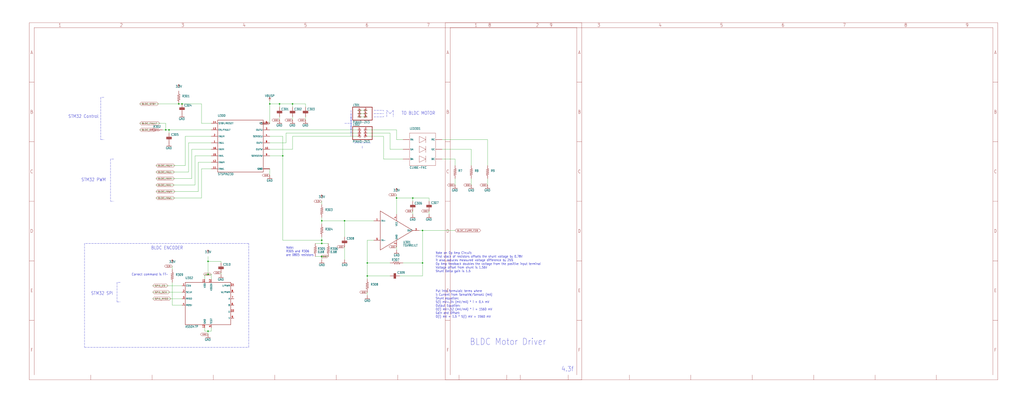
<source format=kicad_sch>
(kicad_sch (version 20210621) (generator eeschema)
  (paper "User" 800.252 319.329)
  (lib_symbols
    (symbol "controller_rev4.3_flat-eagle-import:3.3V" (power)
      (property "Value" "3.3V" (at 0 2.794 0))
      (symbol "3.3V_1_0"
        (polyline (pts (xy 0 2.54) (xy -0.762 1.27)) (stroke (width 0.254)))
        (polyline (pts (xy 0.762 1.27) (xy 0 2.54)) (stroke (width 0.254)))
        (pin power_in line (at 0 0 90) (length 2.54) (name "3.3V") (number "1"))
      )
    )
    (symbol "controller_rev4.3_flat-eagle-import:AS5047P"
      (property "Reference" "U" (at -17.78 20.32 0))
      (property "Value" "AS5047P" (at -17.78 -17.78 0))
      (symbol "AS5047P_1_0"
        (polyline (pts (xy -17.78 -15.24) (xy -17.78 17.78)) (stroke (width 0.254)))
        (polyline (pts (xy -17.78 17.78) (xy 17.78 17.78)) (stroke (width 0.254)))
        (polyline (pts (xy 17.78 -15.24) (xy -17.78 -15.24)) (stroke (width 0.254)))
        (polyline (pts (xy 17.78 17.78) (xy 17.78 -15.24)) (stroke (width 0.254)))
        (pin input line (at -20.32 15.24 0) (length 2.54) (name "CSN") (number "1"))
        (pin output line (at 20.32 -5.08 180) (length 2.54) (name "U") (number "10"))
        (pin power_in line (at -2.54 20.32 270) (length 2.54) (name "VDD") (number "11"))
        (pin power_in line (at 2.54 20.32 270) (length 2.54) (name "VDD3V") (number "12"))
        (pin power_in line (at -2.54 -17.78 90) (length 2.54) (name "GND") (number "13"))
        (pin output line (at 20.32 15.24 180) (length 2.54) (name "I/PWM") (number "14"))
        (pin input line (at -20.32 10.16 0) (length 2.54) (name "SCLK") (number "2"))
        (pin output line (at -20.32 5.08 0) (length 2.54) (name "MISO") (number "3"))
        (pin input line (at -20.32 0 0) (length 2.54) (name "MOSI") (number "4"))
        (pin power_in line (at 2.54 -17.78 90) (length 2.54) (name "TEST") (number "5"))
        (pin output line (at 20.32 0 180) (length 2.54) (name "B") (number "6"))
        (pin output line (at 20.32 5.08 180) (length 2.54) (name "A") (number "7"))
        (pin output line (at 20.32 10.16 180) (length 2.54) (name "W/PWM") (number "8"))
        (pin output line (at 20.32 -10.16 180) (length 2.54) (name "V") (number "9"))
      )
    )
    (symbol "controller_rev4.3_flat-eagle-import:C-EU0402-B-NOSILK"
      (property "Reference" "C" (at 1.524 0.381 0))
      (property "Value" "C-EU0402-B-NOSILK" (at 1.524 -4.699 0))
      (symbol "C-EU0402-B-NOSILK_1_0"
        (rectangle (start -2.032 -2.032) (end 2.032 -1.524) (fill (type outline)))
        (rectangle (start -2.032 -1.016) (end 2.032 -0.508) (fill (type outline)))
        (polyline (pts (xy 0 -2.54) (xy 0 -2.032)) (stroke (width 0.1524)))
        (polyline (pts (xy 0 0) (xy 0 -0.508)) (stroke (width 0.1524)))
        (pin passive line (at 0 2.54 270) (length 2.54) (name "1") (number "1"))
        (pin passive line (at 0 -5.08 90) (length 2.54) (name "2") (number "2"))
      )
    )
    (symbol "controller_rev4.3_flat-eagle-import:C-EU0603-B-NOSILK"
      (property "Reference" "C" (at 1.524 0.381 0))
      (property "Value" "C-EU0603-B-NOSILK" (at 1.524 -4.699 0))
      (symbol "C-EU0603-B-NOSILK_1_0"
        (rectangle (start -2.032 -2.032) (end 2.032 -1.524) (fill (type outline)))
        (rectangle (start -2.032 -1.016) (end 2.032 -0.508) (fill (type outline)))
        (polyline (pts (xy 0 -2.54) (xy 0 -2.032)) (stroke (width 0.1524)))
        (polyline (pts (xy 0 0) (xy 0 -0.508)) (stroke (width 0.1524)))
        (pin passive line (at 0 2.54 270) (length 2.54) (name "1") (number "1"))
        (pin passive line (at 0 -5.08 90) (length 2.54) (name "2") (number "2"))
      )
    )
    (symbol "controller_rev4.3_flat-eagle-import:CLX6E-FKC"
      (property "Value" "CLX6E-FKC" (at -10.16 -15.24 0))
      (symbol "CLX6E-FKC_1_0"
        (polyline (pts (xy -10.16 -12.7) (xy 10.16 -12.7)) (stroke (width 0.1524)))
        (polyline (pts (xy -10.16 12.7) (xy -10.16 -12.7)) (stroke (width 0.1524)))
        (polyline (pts (xy -2.54 -7.62) (xy 2.54 -5.08)) (stroke (width 0.1524)))
        (polyline (pts (xy -2.54 -5.08) (xy -2.54 -10.16)) (stroke (width 0.1524)))
        (polyline (pts (xy -2.54 0) (xy 2.54 2.54)) (stroke (width 0.1524)))
        (polyline (pts (xy -2.54 2.54) (xy -2.54 -2.54)) (stroke (width 0.1524)))
        (polyline (pts (xy -2.54 7.62) (xy 2.54 10.16)) (stroke (width 0.1524)))
        (polyline (pts (xy -2.54 10.16) (xy -2.54 5.08)) (stroke (width 0.1524)))
        (polyline (pts (xy 2.54 -10.16) (xy -2.54 -7.62)) (stroke (width 0.1524)))
        (polyline (pts (xy 2.54 -5.08) (xy 2.54 -10.16)) (stroke (width 0.1524)))
        (polyline (pts (xy 2.54 -2.54) (xy -2.54 0)) (stroke (width 0.1524)))
        (polyline (pts (xy 2.54 2.54) (xy 2.54 -2.54)) (stroke (width 0.1524)))
        (polyline (pts (xy 2.54 5.08) (xy -2.54 7.62)) (stroke (width 0.1524)))
        (polyline (pts (xy 2.54 10.16) (xy 2.54 5.08)) (stroke (width 0.1524)))
        (polyline (pts (xy 10.16 -12.7) (xy 10.16 12.7)) (stroke (width 0.1524)))
        (polyline (pts (xy 10.16 12.7) (xy -10.16 12.7)) (stroke (width 0.1524)))
        (pin bidirectional line (at -15.24 7.62 0) (length 5.08) (name "BC") (number "P$1"))
        (pin bidirectional line (at -15.24 0 0) (length 5.08) (name "GC") (number "P$2"))
        (pin bidirectional line (at -15.24 -7.62 0) (length 5.08) (name "RC") (number "P$3"))
        (pin bidirectional line (at 15.24 -7.62 180) (length 5.08) (name "RA") (number "P$4"))
        (pin bidirectional line (at 15.24 0 180) (length 5.08) (name "GA") (number "P$5"))
        (pin bidirectional line (at 15.24 7.62 180) (length 5.08) (name "BA") (number "P$6"))
      )
    )
    (symbol "controller_rev4.3_flat-eagle-import:FRAME_B_L"
      (symbol "FRAME_B_L_0_0"
        (text "1" (at 23.9889 277.495 0) (effects (font (size 2.54 2.286))))
        (text "2" (at 71.9667 277.495 0) (effects (font (size 2.54 2.286))))
        (text "3" (at 119.9444 277.495 0) (effects (font (size 2.54 2.286))))
        (text "4" (at 167.9222 277.495 0) (effects (font (size 2.54 2.286))))
        (text "5" (at 215.9 277.495 0) (effects (font (size 2.54 2.286))))
        (text "6" (at 263.8778 277.495 0) (effects (font (size 2.54 2.286))))
        (text "7" (at 311.8556 277.495 0) (effects (font (size 2.54 2.286))))
        (text "8" (at 359.8333 277.495 0) (effects (font (size 2.54 2.286))))
        (text "9" (at 407.8111 277.495 0) (effects (font (size 2.54 2.286))))
        (text "A" (at 1.905 256.1167 0) (effects (font (size 2.54 2.286))))
        (text "A" (at 429.895 256.1167 0) (effects (font (size 2.54 2.286))))
        (text "B" (at 1.905 209.55 0) (effects (font (size 2.54 2.286))))
        (text "B" (at 429.895 209.55 0) (effects (font (size 2.54 2.286))))
        (text "C" (at 1.905 162.9833 0) (effects (font (size 2.54 2.286))))
        (text "C" (at 429.895 162.9833 0) (effects (font (size 2.54 2.286))))
        (text "D" (at 1.905 116.4167 0) (effects (font (size 2.54 2.286))))
        (text "D" (at 429.895 116.4167 0) (effects (font (size 2.54 2.286))))
        (text "E" (at 1.905 69.85 0) (effects (font (size 2.54 2.286))))
        (text "E" (at 429.895 69.85 0) (effects (font (size 2.54 2.286))))
        (text "F" (at 1.905 23.2833 0) (effects (font (size 2.54 2.286))))
        (text "F" (at 429.895 23.2833 0) (effects (font (size 2.54 2.286))))
        (polyline (pts (xy 0 46.5667) (xy 3.81 46.5667)))
        (polyline (pts (xy 0 93.1333) (xy 3.81 93.1333)))
        (polyline (pts (xy 0 139.7) (xy 3.81 139.7)))
        (polyline (pts (xy 0 186.2667) (xy 3.81 186.2667)))
        (polyline (pts (xy 0 232.8333) (xy 3.81 232.8333)))
        (polyline (pts (xy 3.81 3.81) (xy 3.81 275.59)))
        (polyline (pts (xy 47.9778 0) (xy 47.9778 3.81)))
        (polyline (pts (xy 95.9556 0) (xy 95.9556 3.81)))
        (polyline (pts (xy 143.9333 0) (xy 143.9333 3.81)))
        (polyline (pts (xy 191.9111 0) (xy 191.9111 3.81)))
        (polyline (pts (xy 239.8889 0) (xy 239.8889 3.81)))
        (polyline (pts (xy 287.8667 0) (xy 287.8667 3.81)))
        (polyline (pts (xy 335.8444 0) (xy 335.8444 3.81)))
        (polyline (pts (xy 383.8222 0) (xy 383.8222 3.81)))
        (polyline (pts (xy 427.99 3.81) (xy 427.99 275.59)))
        (polyline (pts (xy 427.99 46.5667) (xy 431.8 46.5667)))
        (polyline (pts (xy 427.99 93.1333) (xy 431.8 93.1333)))
        (polyline (pts (xy 427.99 139.7) (xy 431.8 139.7)))
        (polyline (pts (xy 427.99 186.2667) (xy 431.8 186.2667)))
        (polyline (pts (xy 427.99 232.8333) (xy 431.8 232.8333)))
        (polyline (pts (xy 427.99 275.59) (xy 3.81 275.59)))
        (polyline (pts (xy 0 0) (xy 431.8 0) (xy 431.8 279.4) (xy 0 279.4) (xy 0 0)))
      )
      (symbol "FRAME_B_L_2_0"
        (text ">DRAWING_NAME" (at 17.78 19.05 0) (effects (font (size 2.54 2.159)) (justify left bottom)))
        (text ">LAST_DATE_TIME" (at 12.7 1.27 0) (effects (font (size 2.54 2.159)) (justify left bottom)))
        (text ">SHEET" (at 86.36 1.27 0) (effects (font (size 2.54 2.159)) (justify left bottom)))
        (text "Date:" (at 1.27 1.27 0) (effects (font (size 2.54 2.159)) (justify left bottom)))
        (text "Document Number:" (at 1.27 11.43 0) (effects (font (size 2.54 2.159)) (justify left bottom)))
        (text "REV:" (at 88.9 11.43 0) (effects (font (size 2.54 2.159)) (justify left bottom)))
        (text "Sheet:" (at 72.39 1.27 0) (effects (font (size 2.54 2.159)) (justify left bottom)))
        (text "TITLE:" (at 1.27 19.05 0) (effects (font (size 2.54 2.159)) (justify left bottom)))
        (polyline (pts (xy 0 0) (xy 0 5.08)) (stroke (width 0.1016)))
        (polyline (pts (xy 0 0) (xy 71.12 0)) (stroke (width 0.1016)))
        (polyline (pts (xy 0 5.08) (xy 0 15.24)) (stroke (width 0.1016)))
        (polyline (pts (xy 0 5.08) (xy 71.12 5.08)) (stroke (width 0.1016)))
        (polyline (pts (xy 0 15.24) (xy 0 22.86)) (stroke (width 0.1016)))
        (polyline (pts (xy 0 22.86) (xy 0 35.56)) (stroke (width 0.1016)))
        (polyline (pts (xy 0 22.86) (xy 101.6 22.86)) (stroke (width 0.1016)))
        (polyline (pts (xy 71.12 0) (xy 101.6 0)) (stroke (width 0.1016)))
        (polyline (pts (xy 71.12 5.08) (xy 71.12 0)) (stroke (width 0.1016)))
        (polyline (pts (xy 71.12 5.08) (xy 87.63 5.08)) (stroke (width 0.1016)))
        (polyline (pts (xy 87.63 5.08) (xy 101.6 5.08)) (stroke (width 0.1016)))
        (polyline (pts (xy 87.63 15.24) (xy 0 15.24)) (stroke (width 0.1016)))
        (polyline (pts (xy 87.63 15.24) (xy 87.63 5.08)) (stroke (width 0.1016)))
        (polyline (pts (xy 101.6 5.08) (xy 101.6 0)) (stroke (width 0.1016)))
        (polyline (pts (xy 101.6 15.24) (xy 87.63 15.24)) (stroke (width 0.1016)))
        (polyline (pts (xy 101.6 15.24) (xy 101.6 5.08)) (stroke (width 0.1016)))
        (polyline (pts (xy 101.6 22.86) (xy 101.6 15.24)) (stroke (width 0.1016)))
        (polyline (pts (xy 101.6 35.56) (xy 0 35.56)) (stroke (width 0.1016)))
        (polyline (pts (xy 101.6 35.56) (xy 101.6 22.86)) (stroke (width 0.1016)))
      )
    )
    (symbol "controller_rev4.3_flat-eagle-import:GND" (power)
      (property "Value" "GND" (at -2.54 -2.54 0))
      (symbol "GND_1_0"
        (polyline (pts (xy -1.905 0) (xy 1.905 0)) (stroke (width 0.254)))
        (pin power_in line (at 0 2.54 270) (length 2.54) (name "GND") (number "1"))
      )
    )
    (symbol "controller_rev4.3_flat-eagle-import:PINHD-2X3"
      (property "Reference" "JP" (at -6.35 5.715 0))
      (property "Value" "PINHD-2X3" (at -6.35 -7.62 0))
      (symbol "PINHD-2X3_1_0"
        (polyline (pts (xy -6.35 -5.08) (xy 8.89 -5.08)) (stroke (width 0.4064)))
        (polyline (pts (xy -6.35 5.08) (xy -6.35 -5.08)) (stroke (width 0.4064)))
        (polyline (pts (xy 8.89 -5.08) (xy 8.89 5.08)) (stroke (width 0.4064)))
        (polyline (pts (xy 8.89 5.08) (xy -6.35 5.08)) (stroke (width 0.4064)))
        (pin passive inverted (at -2.54 2.54 0) (length 2.54) (name "1") (number "1"))
        (pin passive inverted (at 5.08 2.54 180) (length 2.54) (name "2") (number "2"))
        (pin passive inverted (at -2.54 0 0) (length 2.54) (name "3") (number "3"))
        (pin passive inverted (at 5.08 0 180) (length 2.54) (name "4") (number "4"))
        (pin passive inverted (at -2.54 -2.54 0) (length 2.54) (name "5") (number "5"))
        (pin passive inverted (at 5.08 -2.54 180) (length 2.54) (name "6") (number "6"))
      )
    )
    (symbol "controller_rev4.3_flat-eagle-import:R-US_0402-B-NOSILK"
      (property "Reference" "R" (at -3.81 1.4986 0))
      (property "Value" "R-US_0402-B-NOSILK" (at -3.81 -3.302 0))
      (symbol "R-US_0402-B-NOSILK_1_0"
        (polyline (pts (xy -2.54 0) (xy -2.159 1.016)) (stroke (width 0.2032)))
        (polyline (pts (xy -2.159 1.016) (xy -1.524 -1.016)) (stroke (width 0.2032)))
        (polyline (pts (xy -1.524 -1.016) (xy -0.889 1.016)) (stroke (width 0.2032)))
        (polyline (pts (xy -0.889 1.016) (xy -0.254 -1.016)) (stroke (width 0.2032)))
        (polyline (pts (xy -0.254 -1.016) (xy 0.381 1.016)) (stroke (width 0.2032)))
        (polyline (pts (xy 0.381 1.016) (xy 1.016 -1.016)) (stroke (width 0.2032)))
        (polyline (pts (xy 1.016 -1.016) (xy 1.651 1.016)) (stroke (width 0.2032)))
        (polyline (pts (xy 1.651 1.016) (xy 2.286 -1.016)) (stroke (width 0.2032)))
        (polyline (pts (xy 2.286 -1.016) (xy 2.54 0)) (stroke (width 0.2032)))
        (pin passive line (at -5.08 0 0) (length 2.54) (name "1") (number "1"))
        (pin passive line (at 5.08 0 180) (length 2.54) (name "2") (number "2"))
      )
    )
    (symbol "controller_rev4.3_flat-eagle-import:R-US_0805-B-NOSILK"
      (property "Reference" "R" (at -3.81 1.4986 0))
      (property "Value" "R-US_0805-B-NOSILK" (at -3.81 -3.302 0))
      (symbol "R-US_0805-B-NOSILK_1_0"
        (polyline (pts (xy -2.54 0) (xy -2.159 1.016)) (stroke (width 0.2032)))
        (polyline (pts (xy -2.159 1.016) (xy -1.524 -1.016)) (stroke (width 0.2032)))
        (polyline (pts (xy -1.524 -1.016) (xy -0.889 1.016)) (stroke (width 0.2032)))
        (polyline (pts (xy -0.889 1.016) (xy -0.254 -1.016)) (stroke (width 0.2032)))
        (polyline (pts (xy -0.254 -1.016) (xy 0.381 1.016)) (stroke (width 0.2032)))
        (polyline (pts (xy 0.381 1.016) (xy 1.016 -1.016)) (stroke (width 0.2032)))
        (polyline (pts (xy 1.016 -1.016) (xy 1.651 1.016)) (stroke (width 0.2032)))
        (polyline (pts (xy 1.651 1.016) (xy 2.286 -1.016)) (stroke (width 0.2032)))
        (polyline (pts (xy 2.286 -1.016) (xy 2.54 0)) (stroke (width 0.2032)))
        (pin passive line (at -5.08 0 0) (length 2.54) (name "1") (number "1"))
        (pin passive line (at 5.08 0 180) (length 2.54) (name "2") (number "2"))
      )
    )
    (symbol "controller_rev4.3_flat-eagle-import:STSPIN230"
      (property "Reference" "U" (at -17.78 22.86 0))
      (property "Value" "STSPIN230" (at -17.78 -22.86 0))
      (symbol "STSPIN230_1_0"
        (polyline (pts (xy -17.78 -20.32) (xy 17.78 -20.32)) (stroke (width 0.254)))
        (polyline (pts (xy -17.78 20.32) (xy -17.78 -20.32)) (stroke (width 0.254)))
        (polyline (pts (xy 17.78 -20.32) (xy 17.78 20.32)) (stroke (width 0.254)))
        (polyline (pts (xy 17.78 20.32) (xy -17.78 20.32)) (stroke (width 0.254)))
        (pin input line (at -22.86 2.54 0) (length 5.08) (name "INUL") (number "1"))
        (pin output line (at 22.86 -2.54 180) (length 5.08) (name "OUTW") (number "10"))
        (pin input line (at -22.86 -17.78 0) (length 5.08) (name "INWL") (number "11"))
        (pin input line (at -22.86 -12.7 0) (length 5.08) (name "INWH") (number "12"))
        (pin bidirectional line (at -22.86 12.7 0) (length 5.08) (name "EN/FAULT") (number "13"))
        (pin input line (at -22.86 17.78 0) (length 5.08) (name "STBY/RESET") (number "14"))
        (pin input line (at -22.86 -7.62 0) (length 5.08) (name "INVL") (number "15"))
        (pin input line (at -22.86 -2.54 0) (length 5.08) (name "INVH") (number "16"))
        (pin input line (at -22.86 7.62 0) (length 5.08) (name "INUH") (number "2"))
        (pin output line (at 22.86 12.7 180) (length 5.08) (name "OUTU") (number "3"))
        (pin output line (at 22.86 7.62 180) (length 5.08) (name "SENSEU") (number "4"))
        (pin power_in line (at 22.86 17.78 180) (length 5.08) (name "VS") (number "6"))
        (pin power_in line (at 22.86 -17.78 180) (length 5.08) (name "GND") (number "7"))
        (pin output line (at 22.86 2.54 180) (length 5.08) (name "OUTV") (number "8"))
        (pin output line (at 22.86 -7.62 180) (length 5.08) (name "SENSEVW") (number "9"))
        (pin power_in line (at 22.86 -17.78 180) (length 5.08) (name "GND") (number "EPAD"))
      )
    )
    (symbol "controller_rev4.3_flat-eagle-import:TSV991ILT"
      (property "Reference" "J" (at 7.62 -10.16 0))
      (property "Value" "TSV991ILT" (at 7.62 -12.7 0))
      (symbol "TSV991ILT_1_0"
        (polyline (pts (xy -10.16 -15.24) (xy 15.24 0)) (stroke (width 0.254)))
        (polyline (pts (xy -10.16 15.24) (xy -10.16 -15.24)) (stroke (width 0.254)))
        (polyline (pts (xy 15.24 0) (xy -10.16 15.24)) (stroke (width 0.254)))
        (pin bidirectional line (at -15.24 7.62 0) (length 5.08) (name "IN+") (number "1"))
        (pin bidirectional line (at 2.54 -12.7 90) (length 5.08) (name "GND") (number "2"))
        (pin bidirectional line (at 20.32 0 180) (length 5.08) (name "OUT") (number "3"))
        (pin bidirectional line (at 2.54 12.7 270) (length 5.08) (name "VCC") (number "4"))
        (pin bidirectional line (at -15.24 -7.62 0) (length 5.08) (name "IN-") (number "5"))
      )
    )
    (symbol "controller_rev4.3_flat-eagle-import:VBUSP" (power)
      (property "Value" "VBUSP" (at 0 2.794 0))
      (symbol "VBUSP_1_0"
        (polyline (pts (xy 0 2.54) (xy -0.762 1.27)) (stroke (width 0.254)))
        (polyline (pts (xy 0.762 1.27) (xy 0 2.54)) (stroke (width 0.254)))
        (pin power_in line (at 0 0 90) (length 2.54) (name "VBUSP") (number "1"))
      )
    )
  )
  (junction (at 129.54 101.6) (diameter 0.9144))
  (junction (at 132.08 101.6) (diameter 0.9144))
  (junction (at 139.7 81.28) (diameter 0.9144))
  (junction (at 142.24 81.28) (diameter 0.9144))
  (junction (at 162.56 204.47) (diameter 0.9144))
  (junction (at 162.56 214.63) (diameter 0.9144))
  (junction (at 162.56 259.08) (diameter 0.9144))
  (junction (at 210.82 81.28) (diameter 0.9144))
  (junction (at 218.44 81.28) (diameter 0.9144))
  (junction (at 220.98 121.92) (diameter 0.9144))
  (junction (at 228.6 81.28) (diameter 0.9144))
  (junction (at 251.46 172.72) (diameter 0.9144))
  (junction (at 251.46 187.96) (diameter 0.9144))
  (junction (at 251.46 190.5) (diameter 0.9144))
  (junction (at 251.46 200.66) (diameter 0.9144))
  (junction (at 269.24 172.72) (diameter 0.9144))
  (junction (at 287.02 205.74) (diameter 0.9144))
  (junction (at 287.02 215.9) (diameter 0.9144))
  (junction (at 309.88 154.94) (diameter 0.9144))
  (junction (at 322.58 154.94) (diameter 0.9144))
  (junction (at 330.2 180.34) (diameter 0.9144))
  (junction (at 330.2 205.74) (diameter 0.9144))
  (wire (pts (xy 109.22 81.28) (xy 139.7 81.28)))
  (wire (pts (xy 116.84 101.6) (xy 109.22 101.6)))
  (wire (pts (xy 129.54 96.52) (xy 109.22 96.52)))
  (wire (pts (xy 129.54 96.52) (xy 129.54 101.6)))
  (wire (pts (xy 129.54 101.6) (xy 127 101.6)))
  (wire (pts (xy 132.08 101.6) (xy 129.54 101.6)))
  (wire (pts (xy 132.08 101.6) (xy 165.1 101.6)))
  (wire (pts (xy 132.08 104.14) (xy 132.08 101.6)))
  (wire (pts (xy 134.62 208.28) (xy 134.62 210.82)))
  (wire (pts (xy 134.62 238.76) (xy 134.62 220.98)))
  (wire (pts (xy 139.7 81.28) (xy 142.24 81.28)))
  (wire (pts (xy 142.24 81.28) (xy 157.48 81.28)))
  (wire (pts (xy 142.24 223.52) (xy 119.38 223.52)))
  (wire (pts (xy 142.24 228.6) (xy 119.38 228.6)))
  (wire (pts (xy 142.24 233.68) (xy 119.38 233.68)))
  (wire (pts (xy 142.24 238.76) (xy 134.62 238.76)))
  (wire (pts (xy 144.78 106.68) (xy 144.78 129.54)))
  (wire (pts (xy 144.78 129.54) (xy 121.92 129.54)))
  (wire (pts (xy 147.32 111.76) (xy 147.32 134.62)))
  (wire (pts (xy 147.32 134.62) (xy 121.92 134.62)))
  (wire (pts (xy 149.86 116.84) (xy 149.86 139.7)))
  (wire (pts (xy 149.86 139.7) (xy 121.92 139.7)))
  (wire (pts (xy 152.4 121.92) (xy 152.4 144.78)))
  (wire (pts (xy 152.4 144.78) (xy 121.92 144.78)))
  (wire (pts (xy 154.94 127) (xy 154.94 149.86)))
  (wire (pts (xy 154.94 149.86) (xy 121.92 149.86)))
  (wire (pts (xy 157.48 81.28) (xy 157.48 96.52)))
  (wire (pts (xy 157.48 96.52) (xy 165.1 96.52)))
  (wire (pts (xy 157.48 132.08) (xy 157.48 154.94)))
  (wire (pts (xy 157.48 154.94) (xy 121.92 154.94)))
  (wire (pts (xy 160.02 218.44) (xy 160.02 214.63)))
  (wire (pts (xy 160.02 256.54) (xy 160.02 259.08)))
  (wire (pts (xy 162.56 204.47) (xy 162.56 200.66)))
  (wire (pts (xy 162.56 204.47) (xy 172.72 204.47)))
  (wire (pts (xy 162.56 214.63) (xy 160.02 214.63)))
  (wire (pts (xy 162.56 214.63) (xy 162.56 204.47)))
  (wire (pts (xy 162.56 259.08) (xy 160.02 259.08)))
  (wire (pts (xy 162.56 259.08) (xy 165.1 259.08)))
  (wire (pts (xy 162.56 261.62) (xy 162.56 259.08)))
  (wire (pts (xy 165.1 106.68) (xy 144.78 106.68)))
  (wire (pts (xy 165.1 111.76) (xy 147.32 111.76)))
  (wire (pts (xy 165.1 116.84) (xy 149.86 116.84)))
  (wire (pts (xy 165.1 121.92) (xy 152.4 121.92)))
  (wire (pts (xy 165.1 127) (xy 154.94 127)))
  (wire (pts (xy 165.1 132.08) (xy 157.48 132.08)))
  (wire (pts (xy 165.1 214.63) (xy 162.56 214.63)))
  (wire (pts (xy 165.1 218.44) (xy 165.1 214.63)))
  (wire (pts (xy 165.1 256.54) (xy 165.1 259.08)))
  (wire (pts (xy 172.72 205.74) (xy 172.72 204.47)))
  (wire (pts (xy 172.72 213.36) (xy 172.72 214.63)))
  (wire (pts (xy 210.82 81.28) (xy 210.82 78.74)))
  (wire (pts (xy 210.82 96.52) (xy 210.82 81.28)))
  (wire (pts (xy 210.82 101.6) (xy 279.4 101.6)))
  (wire (pts (xy 210.82 106.68) (xy 220.98 106.68)))
  (wire (pts (xy 210.82 111.76) (xy 223.52 111.76)))
  (wire (pts (xy 210.82 116.84) (xy 228.6 116.84)))
  (wire (pts (xy 210.82 121.92) (xy 220.98 121.92)))
  (wire (pts (xy 210.82 137.16) (xy 210.82 132.08)))
  (wire (pts (xy 218.44 81.28) (xy 210.82 81.28)))
  (wire (pts (xy 218.44 83.82) (xy 218.44 81.28)))
  (wire (pts (xy 218.44 93.98) (xy 218.44 91.44)))
  (wire (pts (xy 220.98 106.68) (xy 220.98 121.92)))
  (wire (pts (xy 220.98 121.92) (xy 220.98 187.96)))
  (wire (pts (xy 220.98 187.96) (xy 251.46 187.96)))
  (wire (pts (xy 223.52 104.14) (xy 279.4 104.14)))
  (wire (pts (xy 223.52 111.76) (xy 223.52 104.14)))
  (wire (pts (xy 228.6 81.28) (xy 218.44 81.28)))
  (wire (pts (xy 228.6 83.82) (xy 228.6 81.28)))
  (wire (pts (xy 228.6 93.98) (xy 228.6 91.44)))
  (wire (pts (xy 228.6 106.68) (xy 279.4 106.68)))
  (wire (pts (xy 228.6 116.84) (xy 228.6 106.68)))
  (wire (pts (xy 238.76 81.28) (xy 228.6 81.28)))
  (wire (pts (xy 238.76 83.82) (xy 238.76 81.28)))
  (wire (pts (xy 238.76 93.98) (xy 238.76 91.44)))
  (wire (pts (xy 251.46 157.48) (xy 251.46 160.02)))
  (wire (pts (xy 251.46 170.18) (xy 251.46 172.72)))
  (wire (pts (xy 251.46 172.72) (xy 251.46 175.26)))
  (wire (pts (xy 251.46 185.42) (xy 251.46 187.96)))
  (wire (pts (xy 251.46 187.96) (xy 251.46 190.5)))
  (wire (pts (xy 251.46 190.5) (xy 246.38 190.5)))
  (wire (pts (xy 251.46 190.5) (xy 256.54 190.5)))
  (wire (pts (xy 251.46 200.66) (xy 246.38 200.66)))
  (wire (pts (xy 251.46 200.66) (xy 251.46 203.2)))
  (wire (pts (xy 256.54 200.66) (xy 251.46 200.66)))
  (wire (pts (xy 269.24 172.72) (xy 251.46 172.72)))
  (wire (pts (xy 269.24 172.72) (xy 269.24 185.42)))
  (wire (pts (xy 269.24 193.04) (xy 269.24 203.2)))
  (wire (pts (xy 279.4 86.36) (xy 287.02 86.36)))
  (wire (pts (xy 279.4 88.9) (xy 287.02 88.9)))
  (wire (pts (xy 279.4 91.44) (xy 287.02 91.44)))
  (wire (pts (xy 287.02 101.6) (xy 309.88 101.6)))
  (wire (pts (xy 287.02 104.14) (xy 304.8 104.14)))
  (wire (pts (xy 287.02 106.68) (xy 299.72 106.68)))
  (wire (pts (xy 287.02 187.96) (xy 287.02 205.74)))
  (wire (pts (xy 287.02 205.74) (xy 287.02 215.9)))
  (wire (pts (xy 287.02 215.9) (xy 287.02 218.44)))
  (wire (pts (xy 287.02 215.9) (xy 304.8 215.9)))
  (wire (pts (xy 287.02 228.6) (xy 287.02 231.14)))
  (wire (pts (xy 292.1 172.72) (xy 269.24 172.72)))
  (wire (pts (xy 292.1 187.96) (xy 287.02 187.96)))
  (wire (pts (xy 299.72 106.68) (xy 299.72 124.46)))
  (wire (pts (xy 299.72 124.46) (xy 314.96 124.46)))
  (wire (pts (xy 304.8 104.14) (xy 304.8 116.84)))
  (wire (pts (xy 304.8 116.84) (xy 314.96 116.84)))
  (wire (pts (xy 304.8 205.74) (xy 287.02 205.74)))
  (wire (pts (xy 309.88 101.6) (xy 309.88 109.22)))
  (wire (pts (xy 309.88 109.22) (xy 314.96 109.22)))
  (wire (pts (xy 309.88 152.4) (xy 309.88 154.94)))
  (wire (pts (xy 309.88 154.94) (xy 309.88 167.64)))
  (wire (pts (xy 309.88 154.94) (xy 322.58 154.94)))
  (wire (pts (xy 309.88 193.04) (xy 309.88 195.58)))
  (wire (pts (xy 312.42 215.9) (xy 330.2 215.9)))
  (wire (pts (xy 314.96 205.74) (xy 330.2 205.74)))
  (wire (pts (xy 322.58 154.94) (xy 322.58 157.48)))
  (wire (pts (xy 322.58 154.94) (xy 335.28 154.94)))
  (wire (pts (xy 322.58 165.1) (xy 322.58 167.64)))
  (wire (pts (xy 327.66 180.34) (xy 330.2 180.34)))
  (wire (pts (xy 330.2 180.34) (xy 355.6 180.34)))
  (wire (pts (xy 330.2 205.74) (xy 330.2 180.34)))
  (wire (pts (xy 330.2 215.9) (xy 330.2 205.74)))
  (wire (pts (xy 335.28 154.94) (xy 335.28 157.48)))
  (wire (pts (xy 335.28 165.1) (xy 335.28 167.64)))
  (wire (pts (xy 345.44 109.22) (xy 381 109.22)))
  (wire (pts (xy 345.44 116.84) (xy 368.3 116.84)))
  (wire (pts (xy 345.44 124.46) (xy 355.6 124.46)))
  (wire (pts (xy 355.6 124.46) (xy 355.6 129.54)))
  (wire (pts (xy 355.6 144.78) (xy 355.6 139.7)))
  (wire (pts (xy 368.3 116.84) (xy 368.3 129.54)))
  (wire (pts (xy 368.3 144.78) (xy 368.3 139.7)))
  (wire (pts (xy 381 109.22) (xy 381 129.54)))
  (wire (pts (xy 381 144.78) (xy 381 139.7)))
  (polyline (pts (xy 66.04 190.5) (xy 66.04 271.78)) (stroke (width 0) (type dash)))
  (polyline (pts (xy 66.04 271.78) (xy 194.31 271.78)) (stroke (width 0) (type dash)))
  (polyline (pts (xy 78.74 76.2) (xy 78.74 109.22)) (stroke (width 0) (type dash)))
  (polyline (pts (xy 78.74 109.22) (xy 81.28 109.22)) (stroke (width 0) (type dash)))
  (polyline (pts (xy 81.28 76.2) (xy 78.74 76.2)) (stroke (width 0) (type dash)))
  (polyline (pts (xy 86.36 124.46) (xy 86.36 157.48)) (stroke (width 0) (type dash)))
  (polyline (pts (xy 86.36 157.48) (xy 88.9 157.48)) (stroke (width 0) (type dash)))
  (polyline (pts (xy 88.9 124.46) (xy 86.36 124.46)) (stroke (width 0) (type dash)))
  (polyline (pts (xy 91.44 220.98) (xy 91.44 236.22)) (stroke (width 0) (type dash)))
  (polyline (pts (xy 91.44 236.22) (xy 93.98 236.22)) (stroke (width 0) (type dash)))
  (polyline (pts (xy 93.98 220.98) (xy 91.44 220.98)) (stroke (width 0) (type dash)))
  (polyline (pts (xy 194.31 190.5) (xy 66.04 190.5)) (stroke (width 0) (type dash)))
  (polyline (pts (xy 194.31 271.78) (xy 194.31 190.5)) (stroke (width 0) (type dash)))
  (polyline (pts (xy 273.304 96.52) (xy 269.24 96.52)) (stroke (width 0) (type dash)))
  (polyline (pts (xy 274.32 86.36) (xy 274.32 106.68)) (stroke (width 0) (type dash)))
  (polyline (pts (xy 274.32 88.9) (xy 274.32 104.14)) (stroke (width 0) (type dash)))
  (polyline (pts (xy 274.32 91.44) (xy 274.32 101.6)) (stroke (width 0) (type dash)))
  (polyline (pts (xy 276.86 111.76) (xy 289.56 111.76)) (stroke (width 0) (type dash)))
  (polyline (pts (xy 283.21 114.3) (xy 283.21 116.586)) (stroke (width 0) (type dash)))
  (polyline (pts (xy 292.1 86.36) (xy 299.466 86.36)) (stroke (width 0) (type dash)))
  (polyline (pts (xy 292.1 88.9) (xy 299.72 88.9)) (stroke (width 0) (type dash)))
  (polyline (pts (xy 292.1 91.44) (xy 299.466 91.44)) (stroke (width 0) (type dash)))
  (polyline (pts (xy 299.466 86.36) (xy 299.974 86.868)) (stroke (width 0) (type dash)))
  (polyline (pts (xy 299.466 91.44) (xy 299.974 90.932)) (stroke (width 0) (type dash)))
  (polyline (pts (xy 302.26 86.36) (xy 304.8 88.9)) (stroke (width 0) (type dash)))
  (polyline (pts (xy 302.26 91.44) (xy 302.26 86.36)) (stroke (width 0) (type dash)))
  (polyline (pts (xy 304.8 88.9) (xy 307.34 86.36)) (stroke (width 0) (type dash)))
  (polyline (pts (xy 307.34 86.36) (xy 307.34 91.44)) (stroke (width 0) (type dash)))
  (text "STM32 Control" (at 53.34 92.71 180) (effects (font (size 2.54 2.159)) (justify left bottom)))
  (text "STM32 PWM" (at 63.5 142.24 180) (effects (font (size 2.54 2.159)) (justify left bottom)))
  (text "STM32 SPI" (at 71.12 231.14 180) (effects (font (size 2.54 2.159)) (justify left bottom)))
  (text "Correct command is FF~" (at 102.87 215.9 180) (effects (font (size 1.778 1.5113)) (justify left bottom)))
  (text "BLDC ENCODER" (at 118.11 195.58 180) (effects (font (size 2.54 2.159)) (justify left bottom)))
  (text "Note:\nR305 and R306\nare 0805 resistors" (at 223.52 200.66 180) (effects (font (size 1.778 1.5113)) (justify left bottom)))
  (text "TO BLDC MOTOR" (at 313.69 90.17 180) (effects (font (size 2.54 2.159)) (justify left bottom)))
  (text "Note on Op Amp Circuit:\nFirst stack of resistors offsets the shunt voltage by 0.78V\nit also reduces measured voltage difference by 25%\nOp Amp feedback doubles the voltage from the positive input terminal\nVoltage offset from shunt is 1.56V\nShunt Delta gain is 1.5" (at 340.36 213.36 0) (effects (font (size 1.778 1.5113)) (justify left bottom)))
  (text "Put into formulaic terms where\ni: Current from SenseVW/SenseU (mA)\nShunt equation:\nS(i) mV=.34 (mV/mA) * i + 0.4 mV\nOutput Equation:\nO(i) mV=.52 (mV/mA) * i + 1560 mV\nGain and Offset:\nO(i) mV = 1.5 * S(i) mV + 1560 mV" (at 340.36 248.92 0) (effects (font (size 1.778 1.5113)) (justify left bottom)))
  (text "BLDC Motor Driver" (at 367.03 270.51 180) (effects (font (size 5.08 4.318)) (justify left bottom)))
  (text "4.3f" (at 438.658 291.084 180) (effects (font (size 3.81 3.2385)) (justify left bottom)))
  (global_label "BLDC_STBY" (shape bidirectional) (at 109.22 81.28 0) (effects (font (size 1.3335 1.3335))) (property "Intersheet References" "${INTERSHEET_REFS}" (effects hide)))
  (global_label "BLDC_FAULT" (shape bidirectional) (at 109.22 96.52 0) (effects (font (size 1.3335 1.3335))) (property "Intersheet References" "${INTERSHEET_REFS}" (effects hide)))
  (global_label "BLDC_EN" (shape bidirectional) (at 109.22 101.6 0) (effects (font (size 1.3335 1.3335))) (property "Intersheet References" "${INTERSHEET_REFS}" (effects hide)))
  (global_label "SPI1_CS" (shape bidirectional) (at 119.38 223.52 0) (effects (font (size 1.3335 1.3335))) (property "Intersheet References" "${INTERSHEET_REFS}" (effects hide)))
  (global_label "SPI1_SCK" (shape bidirectional) (at 119.38 228.6 0) (effects (font (size 1.3335 1.3335))) (property "Intersheet References" "${INTERSHEET_REFS}" (effects hide)))
  (global_label "SPI1_MISO" (shape bidirectional) (at 119.38 233.68 0) (effects (font (size 1.3335 1.3335))) (property "Intersheet References" "${INTERSHEET_REFS}" (effects hide)))
  (global_label "BLDC_INUH" (shape bidirectional) (at 121.92 129.54 0) (effects (font (size 1.3335 1.3335))) (property "Intersheet References" "${INTERSHEET_REFS}" (effects hide)))
  (global_label "BLDC_INUL" (shape bidirectional) (at 121.92 134.62 0) (effects (font (size 1.3335 1.3335))) (property "Intersheet References" "${INTERSHEET_REFS}" (effects hide)))
  (global_label "BLDC_INVH" (shape bidirectional) (at 121.92 139.7 0) (effects (font (size 1.3335 1.3335))) (property "Intersheet References" "${INTERSHEET_REFS}" (effects hide)))
  (global_label "BLDC_INVL" (shape bidirectional) (at 121.92 144.78 0) (effects (font (size 1.3335 1.3335))) (property "Intersheet References" "${INTERSHEET_REFS}" (effects hide)))
  (global_label "BLDC_INWH" (shape bidirectional) (at 121.92 149.86 0) (effects (font (size 1.3335 1.3335))) (property "Intersheet References" "${INTERSHEET_REFS}" (effects hide)))
  (global_label "BLDC_INWL" (shape bidirectional) (at 121.92 154.94 0) (effects (font (size 1.3335 1.3335))) (property "Intersheet References" "${INTERSHEET_REFS}" (effects hide)))
  (global_label "3.3V" (shape bidirectional) (at 134.62 208.28 180) (effects (font (size 1.016 1.016))) (property "Intersheet References" "${INTERSHEET_REFS}" (effects hide)))
  (global_label "GND" (shape bidirectional) (at 162.56 261.62 180) (effects (font (size 1.016 1.016))) (property "Intersheet References" "${INTERSHEET_REFS}" (effects hide)))
  (global_label "3.3V" (shape bidirectional) (at 165.1 214.63 180) (effects (font (size 1.016 1.016))) (property "Intersheet References" "${INTERSHEET_REFS}" (effects hide)))
  (global_label "GND" (shape bidirectional) (at 172.72 213.36 180) (effects (font (size 1.016 1.016))) (property "Intersheet References" "${INTERSHEET_REFS}" (effects hide)))
  (global_label "VBUSP" (shape bidirectional) (at 210.82 96.52 180) (effects (font (size 1.016 1.016))) (property "Intersheet References" "${INTERSHEET_REFS}" (effects hide)))
  (global_label "GND" (shape bidirectional) (at 210.82 137.16 180) (effects (font (size 1.016 1.016))) (property "Intersheet References" "${INTERSHEET_REFS}" (effects hide)))
  (global_label "GND" (shape bidirectional) (at 218.44 93.98 180) (effects (font (size 1.016 1.016))) (property "Intersheet References" "${INTERSHEET_REFS}" (effects hide)))
  (global_label "GND" (shape bidirectional) (at 228.6 93.98 180) (effects (font (size 1.016 1.016))) (property "Intersheet References" "${INTERSHEET_REFS}" (effects hide)))
  (global_label "GND" (shape bidirectional) (at 238.76 93.98 180) (effects (font (size 1.016 1.016))) (property "Intersheet References" "${INTERSHEET_REFS}" (effects hide)))
  (global_label "3.3V" (shape bidirectional) (at 251.46 157.48 180) (effects (font (size 1.016 1.016))) (property "Intersheet References" "${INTERSHEET_REFS}" (effects hide)))
  (global_label "GND" (shape bidirectional) (at 256.54 200.66 180) (effects (font (size 1.016 1.016))) (property "Intersheet References" "${INTERSHEET_REFS}" (effects hide)))
  (global_label "GND" (shape bidirectional) (at 269.24 193.04 180) (effects (font (size 1.016 1.016))) (property "Intersheet References" "${INTERSHEET_REFS}" (effects hide)))
  (global_label "GND" (shape bidirectional) (at 287.02 228.6 180) (effects (font (size 1.016 1.016))) (property "Intersheet References" "${INTERSHEET_REFS}" (effects hide)))
  (global_label "3.3V" (shape bidirectional) (at 309.88 152.4 180) (effects (font (size 1.016 1.016))) (property "Intersheet References" "${INTERSHEET_REFS}" (effects hide)))
  (global_label "GND" (shape bidirectional) (at 309.88 193.04 180) (effects (font (size 1.016 1.016))) (property "Intersheet References" "${INTERSHEET_REFS}" (effects hide)))
  (global_label "GND" (shape bidirectional) (at 322.58 165.1 180) (effects (font (size 1.016 1.016))) (property "Intersheet References" "${INTERSHEET_REFS}" (effects hide)))
  (global_label "GND" (shape bidirectional) (at 335.28 165.1 180) (effects (font (size 1.016 1.016))) (property "Intersheet References" "${INTERSHEET_REFS}" (effects hide)))
  (global_label "GND" (shape bidirectional) (at 355.6 144.78 180) (effects (font (size 1.016 1.016))) (property "Intersheet References" "${INTERSHEET_REFS}" (effects hide)))
  (global_label "BLDC_CURR_FDB" (shape bidirectional) (at 355.6 180.34 0) (effects (font (size 1.3335 1.3335))) (property "Intersheet References" "${INTERSHEET_REFS}" (effects hide)))
  (global_label "GND" (shape bidirectional) (at 368.3 144.78 180) (effects (font (size 1.016 1.016))) (property "Intersheet References" "${INTERSHEET_REFS}" (effects hide)))
  (global_label "GND" (shape bidirectional) (at 381 144.78 180) (effects (font (size 1.016 1.016))) (property "Intersheet References" "${INTERSHEET_REFS}" (effects hide)))
  (symbol (lib_id "controller_rev4.3_flat-eagle-import:3.3V") (at 134.62 205.74 0)
    (property "Reference" "#3.3V5" (effects hide))
    (property "Value" "3.3V" (at 132.08 205.74 0) (effects (font (size 1.778 1.5113)) (justify left bottom)))
  )
  (symbol (lib_id "controller_rev4.3_flat-eagle-import:3.3V") (at 139.7 68.58 0)
    (property "Reference" "#3.3V1" (effects hide))
    (property "Value" "3.3V" (at 137.16 68.58 0) (effects (font (size 1.778 1.5113)) (justify left bottom)))
  )
  (symbol (lib_id "controller_rev4.3_flat-eagle-import:3.3V") (at 162.56 198.12 0)
    (property "Reference" "#3.3V6" (effects hide))
    (property "Value" "3.3V" (at 160.02 198.12 0) (effects (font (size 1.778 1.5113)) (justify left bottom)))
  )
  (symbol (lib_id "controller_rev4.3_flat-eagle-import:VBUSP") (at 210.82 78.74 0)
    (property "Reference" "#VBUSP2" (effects hide))
    (property "Value" "VBUSP" (at 210.82 75.946 0) (effects (font (size 1.778 1.5113)) (justify bottom)))
  )
  (symbol (lib_id "controller_rev4.3_flat-eagle-import:3.3V") (at 251.46 154.94 0)
    (property "Reference" "#3.3V2" (effects hide))
    (property "Value" "3.3V" (at 248.92 154.94 0) (effects (font (size 1.778 1.5113)) (justify left bottom)))
  )
  (symbol (lib_id "controller_rev4.3_flat-eagle-import:3.3V") (at 309.88 149.86 0)
    (property "Reference" "#3.3V4" (effects hide))
    (property "Value" "3.3V" (at 307.34 149.86 0) (effects (font (size 1.778 1.5113)) (justify left bottom)))
  )
  (symbol (lib_id "controller_rev4.3_flat-eagle-import:GND") (at 132.08 114.3 0)
    (property "Reference" "#GND34" (effects hide))
    (property "Value" "GND" (at 129.54 116.84 0) (effects (font (size 1.778 1.5113)) (justify left bottom)))
  )
  (symbol (lib_id "controller_rev4.3_flat-eagle-import:GND") (at 142.24 91.44 0)
    (property "Reference" "#GND7" (effects hide))
    (property "Value" "GND" (at 139.7 93.98 0) (effects (font (size 1.778 1.5113)) (justify left bottom)))
  )
  (symbol (lib_id "controller_rev4.3_flat-eagle-import:GND") (at 162.56 264.16 0)
    (property "Reference" "#GND57" (effects hide))
    (property "Value" "GND" (at 160.02 266.7 0) (effects (font (size 1.778 1.5113)) (justify left bottom)))
  )
  (symbol (lib_id "controller_rev4.3_flat-eagle-import:GND") (at 172.72 217.17 0)
    (property "Reference" "#GND2" (effects hide))
    (property "Value" "GND" (at 170.18 219.71 0) (effects (font (size 1.778 1.5113)) (justify left bottom)))
  )
  (symbol (lib_id "controller_rev4.3_flat-eagle-import:GND") (at 210.82 139.7 0)
    (property "Reference" "#GND32" (effects hide))
    (property "Value" "GND" (at 208.28 142.24 0) (effects (font (size 1.778 1.5113)) (justify left bottom)))
  )
  (symbol (lib_id "controller_rev4.3_flat-eagle-import:GND") (at 218.44 96.52 0)
    (property "Reference" "#GND35" (effects hide))
    (property "Value" "GND" (at 215.9 99.06 0) (effects (font (size 1.778 1.5113)) (justify left bottom)))
  )
  (symbol (lib_id "controller_rev4.3_flat-eagle-import:GND") (at 228.6 96.52 0)
    (property "Reference" "#GND36" (effects hide))
    (property "Value" "GND" (at 226.06 99.06 0) (effects (font (size 1.778 1.5113)) (justify left bottom)))
  )
  (symbol (lib_id "controller_rev4.3_flat-eagle-import:GND") (at 238.76 96.52 0)
    (property "Reference" "#GND13" (effects hide))
    (property "Value" "GND" (at 236.22 99.06 0) (effects (font (size 1.778 1.5113)) (justify left bottom)))
  )
  (symbol (lib_id "controller_rev4.3_flat-eagle-import:GND") (at 251.46 205.74 0) (mirror y)
    (property "Reference" "#GND38" (effects hide))
    (property "Value" "GND" (at 254 208.28 0) (effects (font (size 1.778 1.5113)) (justify left bottom)))
  )
  (symbol (lib_id "controller_rev4.3_flat-eagle-import:GND") (at 269.24 205.74 0) (mirror y)
    (property "Reference" "#GND39" (effects hide))
    (property "Value" "GND" (at 271.78 208.28 0) (effects (font (size 1.778 1.5113)) (justify left bottom)))
  )
  (symbol (lib_id "controller_rev4.3_flat-eagle-import:GND") (at 287.02 233.68 0) (mirror y)
    (property "Reference" "#GND54" (effects hide))
    (property "Value" "GND" (at 289.56 236.22 0) (effects (font (size 1.778 1.5113)) (justify left bottom)))
  )
  (symbol (lib_id "controller_rev4.3_flat-eagle-import:GND") (at 309.88 198.12 0) (mirror y)
    (property "Reference" "#GND40" (effects hide))
    (property "Value" "GND" (at 312.42 200.66 0) (effects (font (size 1.778 1.5113)) (justify left bottom)))
  )
  (symbol (lib_id "controller_rev4.3_flat-eagle-import:GND") (at 322.58 170.18 0)
    (property "Reference" "#GND41" (effects hide))
    (property "Value" "GND" (at 320.04 172.72 0) (effects (font (size 1.778 1.5113)) (justify left bottom)))
  )
  (symbol (lib_id "controller_rev4.3_flat-eagle-import:GND") (at 335.28 170.18 0)
    (property "Reference" "#GND10" (effects hide))
    (property "Value" "GND" (at 332.74 172.72 0) (effects (font (size 1.778 1.5113)) (justify left bottom)))
  )
  (symbol (lib_id "controller_rev4.3_flat-eagle-import:GND") (at 355.6 147.32 0)
    (property "Reference" "#GND25" (effects hide))
    (property "Value" "GND" (at 353.06 149.86 0) (effects (font (size 1.778 1.5113)) (justify left bottom)))
  )
  (symbol (lib_id "controller_rev4.3_flat-eagle-import:GND") (at 368.3 147.32 0)
    (property "Reference" "#GND26" (effects hide))
    (property "Value" "GND" (at 365.76 149.86 0) (effects (font (size 1.778 1.5113)) (justify left bottom)))
  )
  (symbol (lib_id "controller_rev4.3_flat-eagle-import:GND") (at 381 147.32 0)
    (property "Reference" "#GND27" (effects hide))
    (property "Value" "GND" (at 378.46 149.86 0) (effects (font (size 1.778 1.5113)) (justify left bottom)))
  )
  (symbol (lib_id "controller_rev4.3_flat-eagle-import:R-US_0402-B-NOSILK") (at 121.92 101.6 180)
    (property "Reference" "R302" (at 119.634 100.076 0) (effects (font (size 1.778 1.5113)) (justify right top)))
    (property "Value" "18k" (at 119.38 105.156 0) (effects (font (size 1.778 1.5113)) (justify right top)))
    (property "Footprint" ".0402-B-NOSILK" (effects hide))
    (property "Value" "Digi-Key" (effects hide))
    (property "Value" "1276-4275-1-ND" (effects hide))
    (property "Value" "Samsung" (effects hide))
    (property "Value" "RC1005F6653CS" (effects hide))
  )
  (symbol (lib_id "controller_rev4.3_flat-eagle-import:R-US_0402-B-NOSILK") (at 134.62 215.9 270)
    (property "Reference" "R309" (at 137.16 215.9 90) (effects (font (size 1.778 1.5113)) (justify left bottom)))
    (property "Value" "10k" (at 137.16 218.44 90) (effects (font (size 1.778 1.5113)) (justify left bottom)))
    (property "Footprint" ".0402-B-NOSILK" (effects hide))
    (property "Value" "Digi-Key" (effects hide))
    (property "Value" "1276-4275-1-ND" (effects hide))
    (property "Value" "Samsung" (effects hide))
    (property "Value" "RC1005F6653CS" (effects hide))
  )
  (symbol (lib_id "controller_rev4.3_flat-eagle-import:R-US_0402-B-NOSILK") (at 139.7 76.2 270)
    (property "Reference" "R301" (at 142.24 76.2 90) (effects (font (size 1.778 1.5113)) (justify left bottom)))
    (property "Value" "18k" (at 142.24 78.74 90) (effects (font (size 1.778 1.5113)) (justify left bottom)))
    (property "Footprint" ".0402-B-NOSILK" (effects hide))
    (property "Value" "Digi-Key" (effects hide))
    (property "Value" "1276-4275-1-ND" (effects hide))
    (property "Value" "Samsung" (effects hide))
    (property "Value" "RC1005F6653CS" (effects hide))
  )
  (symbol (lib_id "controller_rev4.3_flat-eagle-import:R-US_0805-B-NOSILK") (at 246.38 195.58 90)
    (property "Reference" "R305" (at 248.158 195.58 90) (effects (font (size 1.778 1.5113)) (justify right top)))
    (property "Value" "0.68" (at 248.158 198.12 90) (effects (font (size 1.778 1.5113)) (justify right top)))
    (property "Footprint" ".0805-B-NOSILK" (effects hide))
  )
  (symbol (lib_id "controller_rev4.3_flat-eagle-import:R-US_0402-B-NOSILK") (at 251.46 165.1 90)
    (property "Reference" "R303" (at 254 165.1 90) (effects (font (size 1.778 1.5113)) (justify right top)))
    (property "Value" "2.2k" (at 254 167.64 90) (effects (font (size 1.778 1.5113)) (justify right top)))
    (property "Footprint" ".0402-B-NOSILK" (effects hide))
    (property "Value" "Digi-Key" (effects hide))
    (property "Value" "1276-4275-1-ND" (effects hide))
    (property "Value" "Samsung" (effects hide))
    (property "Value" "RC1005F6653CS" (effects hide))
  )
  (symbol (lib_id "controller_rev4.3_flat-eagle-import:R-US_0402-B-NOSILK") (at 251.46 180.34 90)
    (property "Reference" "R304" (at 254 180.34 90) (effects (font (size 1.778 1.5113)) (justify right top)))
    (property "Value" "680" (at 254 182.88 90) (effects (font (size 1.778 1.5113)) (justify right top)))
    (property "Footprint" ".0402-B-NOSILK" (effects hide))
    (property "Value" "Digi-Key" (effects hide))
    (property "Value" "1276-4275-1-ND" (effects hide))
    (property "Value" "Samsung" (effects hide))
    (property "Value" "RC1005F6653CS" (effects hide))
  )
  (symbol (lib_id "controller_rev4.3_flat-eagle-import:R-US_0805-B-NOSILK") (at 256.54 195.58 90)
    (property "Reference" "R306" (at 258.064 195.58 90) (effects (font (size 1.778 1.5113)) (justify right top)))
    (property "Value" "0.68" (at 258.064 198.12 90) (effects (font (size 1.778 1.5113)) (justify right top)))
    (property "Footprint" ".0805-B-NOSILK" (effects hide))
  )
  (symbol (lib_id "controller_rev4.3_flat-eagle-import:R-US_0402-B-NOSILK") (at 287.02 223.52 90)
    (property "Reference" "R308" (at 289.56 223.52 90) (effects (font (size 1.778 1.5113)) (justify right top)))
    (property "Value" "2.2k" (at 289.56 226.06 90) (effects (font (size 1.778 1.5113)) (justify right top)))
    (property "Footprint" ".0402-B-NOSILK" (effects hide))
    (property "Value" "Digi-Key" (effects hide))
    (property "Value" "1276-4275-1-ND" (effects hide))
    (property "Value" "Samsung" (effects hide))
    (property "Value" "RC1005F6653CS" (effects hide))
  )
  (symbol (lib_id "controller_rev4.3_flat-eagle-import:R-US_0402-B-NOSILK") (at 309.88 205.74 0)
    (property "Reference" "R307" (at 306.07 204.2414 0) (effects (font (size 1.778 1.5113)) (justify left bottom)))
    (property "Value" "2.2k" (at 306.07 209.042 0) (effects (font (size 1.778 1.5113)) (justify left bottom)))
    (property "Footprint" ".0402-B-NOSILK" (effects hide))
    (property "Value" "Digi-Key" (effects hide))
    (property "Value" "1276-4275-1-ND" (effects hide))
    (property "Value" "Samsung" (effects hide))
    (property "Value" "RC1005F6653CS" (effects hide))
  )
  (symbol (lib_id "controller_rev4.3_flat-eagle-import:R-US_0402-B-NOSILK") (at 355.6 134.62 90)
    (property "Reference" "R7" (at 358.14 134.62 90) (effects (font (size 1.778 1.5113)) (justify right top)))
    (property "Value" "380" (at 358.14 137.16 90) (effects (font (size 1.778 1.5113)) (justify right top)))
    (property "Footprint" ".0402-B-NOSILK" (effects hide))
    (property "Value" "Digi-Key" (effects hide))
    (property "Value" "1276-4275-1-ND" (effects hide))
    (property "Value" "Samsung" (effects hide))
    (property "Value" "RC1005F6653CS" (effects hide))
  )
  (symbol (lib_id "controller_rev4.3_flat-eagle-import:R-US_0402-B-NOSILK") (at 368.3 134.62 90)
    (property "Reference" "R8" (at 370.84 134.62 90) (effects (font (size 1.778 1.5113)) (justify right top)))
    (property "Value" "400" (at 370.84 137.16 90) (effects (font (size 1.778 1.5113)) (justify right top)))
    (property "Footprint" ".0402-B-NOSILK" (effects hide))
    (property "Value" "Digi-Key" (effects hide))
    (property "Value" "1276-4275-1-ND" (effects hide))
    (property "Value" "Samsung" (effects hide))
    (property "Value" "RC1005F6653CS" (effects hide))
  )
  (symbol (lib_id "controller_rev4.3_flat-eagle-import:R-US_0402-B-NOSILK") (at 381 134.62 90)
    (property "Reference" "R9" (at 383.54 134.62 90) (effects (font (size 1.778 1.5113)) (justify right top)))
    (property "Value" "320" (at 383.54 137.16 90) (effects (font (size 1.778 1.5113)) (justify right top)))
    (property "Footprint" ".0402-B-NOSILK" (effects hide))
    (property "Value" "Digi-Key" (effects hide))
    (property "Value" "1276-4275-1-ND" (effects hide))
    (property "Value" "Samsung" (effects hide))
    (property "Value" "RC1005F6653CS" (effects hide))
  )
  (symbol (lib_id "controller_rev4.3_flat-eagle-import:C-EU0402-B-NOSILK") (at 132.08 106.68 0)
    (property "Reference" "C305" (at 133.604 106.299 0) (effects (font (size 1.778 1.5113)) (justify left bottom)))
    (property "Value" "10n" (at 133.604 111.379 0) (effects (font (size 1.778 1.5113)) (justify left bottom)))
    (property "Footprint" ".0402-B-NOSILK" (effects hide))
    (property "Value" "Digi-Key" (effects hide))
    (property "Value" "1276-1001-1-ND" (effects hide))
    (property "Value" "Samsung" (effects hide))
    (property "Value" "CL05B104KO5NNNC" (effects hide))
  )
  (symbol (lib_id "controller_rev4.3_flat-eagle-import:C-EU0402-B-NOSILK") (at 142.24 83.82 0)
    (property "Reference" "C304" (at 143.764 83.439 0) (effects (font (size 1.778 1.5113)) (justify left bottom)))
    (property "Value" "1n" (at 143.764 88.519 0) (effects (font (size 1.778 1.5113)) (justify left bottom)))
    (property "Footprint" ".0402-B-NOSILK" (effects hide))
    (property "Value" "Digi-Key" (effects hide))
    (property "Value" "1276-1001-1-ND" (effects hide))
    (property "Value" "Samsung" (effects hide))
    (property "Value" "CL05B104KO5NNNC" (effects hide))
  )
  (symbol (lib_id "controller_rev4.3_flat-eagle-import:C-EU0402-B-NOSILK") (at 172.72 208.28 0)
    (property "Reference" "C310" (at 174.244 207.899 0) (effects (font (size 1.778 1.5113)) (justify left bottom)))
    (property "Value" "100n" (at 174.244 212.979 0) (effects (font (size 1.778 1.5113)) (justify left bottom)))
    (property "Footprint" ".0402-B-NOSILK" (effects hide))
    (property "Value" "Digi-Key" (effects hide))
    (property "Value" "1276-1001-1-ND" (effects hide))
    (property "Value" "Samsung" (effects hide))
    (property "Value" "CL05B104KO5NNNC" (effects hide))
  )
  (symbol (lib_id "controller_rev4.3_flat-eagle-import:C-EU0603-B-NOSILK") (at 218.44 86.36 0)
    (property "Reference" "C301" (at 219.71 86.36 0) (effects (font (size 1.778 1.5113)) (justify left bottom)))
    (property "Value" "22u" (at 219.71 91.44 0) (effects (font (size 1.778 1.5113)) (justify left bottom)))
    (property "Footprint" ".0603-B-NOSILK" (effects hide))
    (property "Value" "Digi-Key" (effects hide))
    (property "Value" "1276-1001-1-ND" (effects hide))
    (property "Value" "Samsung" (effects hide))
    (property "Value" "CL05B104KO5NNNC" (effects hide))
  )
  (symbol (lib_id "controller_rev4.3_flat-eagle-import:C-EU0603-B-NOSILK") (at 228.6 86.36 0)
    (property "Reference" "C302" (at 229.87 86.36 0) (effects (font (size 1.778 1.5113)) (justify left bottom)))
    (property "Value" "22u" (at 229.87 91.44 0) (effects (font (size 1.778 1.5113)) (justify left bottom)))
    (property "Footprint" ".0603-B-NOSILK" (effects hide))
    (property "Value" "Digi-Key" (effects hide))
    (property "Value" "1276-1001-1-ND" (effects hide))
    (property "Value" "Samsung" (effects hide))
    (property "Value" "CL05B104KO5NNNC" (effects hide))
  )
  (symbol (lib_id "controller_rev4.3_flat-eagle-import:C-EU0603-B-NOSILK") (at 238.76 86.36 0)
    (property "Reference" "C303" (at 240.03 86.36 0) (effects (font (size 1.778 1.5113)) (justify left bottom)))
    (property "Value" "2.2u" (at 240.03 91.44 0) (effects (font (size 1.778 1.5113)) (justify left bottom)))
    (property "Footprint" ".0603-B-NOSILK" (effects hide))
    (property "Value" "Digi-Key" (effects hide))
    (property "Value" "1276-1001-1-ND" (effects hide))
    (property "Value" "Samsung" (effects hide))
    (property "Value" "CL05B104KO5NNNC" (effects hide))
  )
  (symbol (lib_id "controller_rev4.3_flat-eagle-import:C-EU0402-B-NOSILK") (at 269.24 187.96 0)
    (property "Reference" "C308" (at 270.764 187.579 0) (effects (font (size 1.778 1.5113)) (justify left bottom)))
    (property "Value" "680p" (at 270.764 192.659 0) (effects (font (size 1.778 1.5113)) (justify left bottom)))
    (property "Footprint" ".0402-B-NOSILK" (effects hide))
    (property "Value" "Digi-Key" (effects hide))
    (property "Value" "1276-1001-1-ND" (effects hide))
    (property "Value" "Samsung" (effects hide))
    (property "Value" "CL05B104KO5NNNC" (effects hide))
  )
  (symbol (lib_id "controller_rev4.3_flat-eagle-import:C-EU0402-B-NOSILK") (at 309.88 215.9 270)
    (property "Reference" "C309" (at 310.388 214.249 90) (effects (font (size 1.778 1.5113)) (justify left bottom)))
    (property "Value" "680p" (at 310.388 219.075 90) (effects (font (size 1.778 1.5113)) (justify left bottom)))
    (property "Footprint" ".0402-B-NOSILK" (effects hide))
    (property "Value" "Digi-Key" (effects hide))
    (property "Value" "1276-1001-1-ND" (effects hide))
    (property "Value" "Samsung" (effects hide))
    (property "Value" "CL05B104KO5NNNC" (effects hide))
  )
  (symbol (lib_id "controller_rev4.3_flat-eagle-import:C-EU0603-B-NOSILK") (at 322.58 160.02 0)
    (property "Reference" "C306" (at 323.85 160.02 0) (effects (font (size 1.778 1.5113)) (justify left bottom)))
    (property "Value" "4.7u" (at 323.85 165.1 0) (effects (font (size 1.778 1.5113)) (justify left bottom)))
    (property "Footprint" ".0603-B-NOSILK" (effects hide))
    (property "Value" "Digi-Key" (effects hide))
    (property "Value" "1276-1001-1-ND" (effects hide))
    (property "Value" "Samsung" (effects hide))
    (property "Value" "CL05B104KO5NNNC" (effects hide))
  )
  (symbol (lib_id "controller_rev4.3_flat-eagle-import:C-EU0402-B-NOSILK") (at 335.28 160.02 0)
    (property "Reference" "C307" (at 336.804 159.639 0) (effects (font (size 1.778 1.5113)) (justify left bottom)))
    (property "Value" "100n" (at 336.804 164.719 0) (effects (font (size 1.778 1.5113)) (justify left bottom)))
    (property "Footprint" ".0402-B-NOSILK" (effects hide))
    (property "Value" "Digi-Key" (effects hide))
    (property "Value" "1276-1001-1-ND" (effects hide))
    (property "Value" "Samsung" (effects hide))
    (property "Value" "CL05B104KO5NNNC" (effects hide))
  )
  (symbol (lib_id "controller_rev4.3_flat-eagle-import:PINHD-2X3") (at 281.94 88.9 0)
    (property "Reference" "J301" (at 275.59 83.185 0) (effects (font (size 1.778 1.5113)) (justify left bottom)))
    (property "Value" "PINHD-2X3" (at 275.59 96.52 0) (effects (font (size 1.778 1.5113)) (justify left bottom)))
    (property "Footprint" "2X03" (effects hide))
  )
  (symbol (lib_id "controller_rev4.3_flat-eagle-import:PINHD-2X3") (at 281.94 104.14 0)
    (property "Reference" "J302" (at 275.59 98.425 0) (effects (font (size 1.778 1.5113)) (justify left bottom)))
    (property "Value" "PINHD-2X3" (at 275.59 111.76 0) (effects (font (size 1.778 1.5113)) (justify left bottom)))
    (property "Footprint" "2X03" (effects hide))
  )
  (symbol (lib_id "controller_rev4.3_flat-eagle-import:CLX6E-FKC") (at 330.2 116.84 180)
    (property "Reference" "LED301" (at 320.04 101.6 0) (effects (font (size 1.778 1.5113)) (justify right top)))
    (property "Value" "CLX6E-FKC" (at 320.04 132.08 0) (effects (font (size 1.778 1.5113)) (justify right top)))
    (property "Footprint" "CLX6E-FKC" (effects hide))
  )
  (symbol (lib_id "controller_rev4.3_flat-eagle-import:TSV991ILT") (at 307.34 180.34 0)
    (property "Reference" "U301" (at 314.96 190.5 0) (effects (font (size 1.778 1.5113)) (justify left bottom)))
    (property "Value" "TSV991ILT" (at 314.96 193.04 0) (effects (font (size 1.778 1.5113)) (justify left bottom)))
    (property "Footprint" "SOT23-5" (effects hide))
  )
  (symbol (lib_id "controller_rev4.3_flat-eagle-import:AS5047P") (at 162.56 238.76 0)
    (property "Reference" "U302" (at 144.78 218.44 0) (effects (font (size 1.778 1.5113)) (justify left bottom)))
    (property "Value" "AS5047P" (at 144.78 256.54 0) (effects (font (size 1.778 1.5113)) (justify left bottom)))
    (property "Footprint" "TSSOP14" (effects hide))
  )
  (symbol (lib_id "controller_rev4.3_flat-eagle-import:STSPIN230") (at 187.96 114.3 0)
    (property "Reference" "U300" (at 170.18 91.44 0) (effects (font (size 1.778 1.5113)) (justify left bottom)))
    (property "Value" "STSPIN230" (at 170.18 137.16 0) (effects (font (size 1.778 1.5113)) (justify left bottom)))
    (property "Footprint" "VFQPN" (effects hide))
  )
  (symbol (lib_id "controller_rev4.3_flat-eagle-import:FRAME_B_L") (at 22.86 297.18 0)
    (property "Reference" "#FRAME2" (effects hide))
    (property "Value" "FRAME_B_L" (effects hide))
  )
  (symbol (lib_id "controller_rev4.3_flat-eagle-import:FRAME_B_L") (at 347.98 297.18 0)
    (property "Reference" "#FRAME2" (effects hide))
    (property "Value" "FRAME_B_L" (effects hide))
  )
)
</source>
